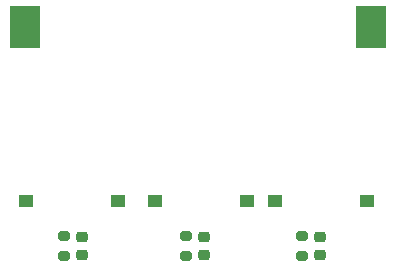
<source format=gbr>
%TF.GenerationSoftware,KiCad,Pcbnew,8.0.6*%
%TF.CreationDate,2025-04-02T21:44:45+01:00*%
%TF.ProjectId,PCB_1001_00,5043425f-3130-4303-915f-30302e6b6963,01*%
%TF.SameCoordinates,Original*%
%TF.FileFunction,Soldermask,Top*%
%TF.FilePolarity,Negative*%
%FSLAX46Y46*%
G04 Gerber Fmt 4.6, Leading zero omitted, Abs format (unit mm)*
G04 Created by KiCad (PCBNEW 8.0.6) date 2025-04-02 21:44:45*
%MOMM*%
%LPD*%
G01*
G04 APERTURE LIST*
G04 Aperture macros list*
%AMRoundRect*
0 Rectangle with rounded corners*
0 $1 Rounding radius*
0 $2 $3 $4 $5 $6 $7 $8 $9 X,Y pos of 4 corners*
0 Add a 4 corners polygon primitive as box body*
4,1,4,$2,$3,$4,$5,$6,$7,$8,$9,$2,$3,0*
0 Add four circle primitives for the rounded corners*
1,1,$1+$1,$2,$3*
1,1,$1+$1,$4,$5*
1,1,$1+$1,$6,$7*
1,1,$1+$1,$8,$9*
0 Add four rect primitives between the rounded corners*
20,1,$1+$1,$2,$3,$4,$5,0*
20,1,$1+$1,$4,$5,$6,$7,0*
20,1,$1+$1,$6,$7,$8,$9,0*
20,1,$1+$1,$8,$9,$2,$3,0*%
G04 Aperture macros list end*
%ADD10RoundRect,0.218750X-0.256250X0.218750X-0.256250X-0.218750X0.256250X-0.218750X0.256250X0.218750X0*%
%ADD11R,1.250000X1.000000*%
%ADD12R,2.600000X3.600000*%
%ADD13RoundRect,0.200000X-0.275000X0.200000X-0.275000X-0.200000X0.275000X-0.200000X0.275000X0.200000X0*%
G04 APERTURE END LIST*
D10*
%TO.C,D2*%
X143256000Y-108178500D03*
X143256000Y-109753500D03*
%TD*%
D11*
%TO.C,SW2*%
X139127000Y-105156000D03*
X146877000Y-105156000D03*
%TD*%
D10*
%TO.C,D3*%
X153097000Y-108178500D03*
X153097000Y-109753500D03*
%TD*%
%TO.C,D1*%
X132979000Y-108178500D03*
X132979000Y-109753500D03*
%TD*%
D11*
%TO.C,SW3*%
X149287000Y-105156000D03*
X157037000Y-105156000D03*
%TD*%
D12*
%TO.C,BT1*%
X128098000Y-90424000D03*
X157398000Y-90424000D03*
%TD*%
D13*
%TO.C,R2*%
X141732000Y-108121000D03*
X141732000Y-109771000D03*
%TD*%
%TO.C,R3*%
X151547500Y-108121000D03*
X151547500Y-109771000D03*
%TD*%
%TO.C,R1*%
X131455000Y-108121000D03*
X131455000Y-109771000D03*
%TD*%
D11*
%TO.C,SW1*%
X128205000Y-105156000D03*
X135955000Y-105156000D03*
%TD*%
M02*

</source>
